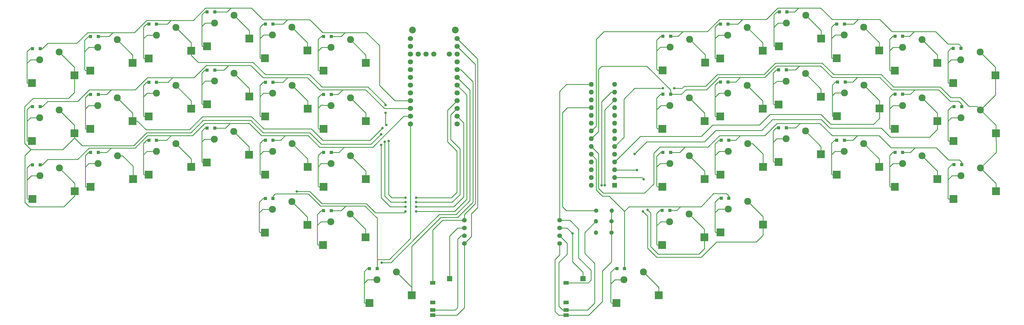
<source format=gbl>
G04 #@! TF.GenerationSoftware,KiCad,Pcbnew,5.1.5*
G04 #@! TF.CreationDate,2020-04-01T19:37:54+02:00*
G04 #@! TF.ProjectId,pcb,7063622e-6b69-4636-9164-5f7063625858,rev?*
G04 #@! TF.SameCoordinates,Original*
G04 #@! TF.FileFunction,Copper,L2,Bot*
G04 #@! TF.FilePolarity,Positive*
%FSLAX46Y46*%
G04 Gerber Fmt 4.6, Leading zero omitted, Abs format (unit mm)*
G04 Created by KiCad (PCBNEW 5.1.5) date 2020-04-01 19:37:54*
%MOMM*%
%LPD*%
G04 APERTURE LIST*
%ADD10R,1.700000X1.300000*%
%ADD11R,1.700000X1.700000*%
%ADD12R,2.550000X2.500000*%
%ADD13C,2.286000*%
%ADD14R,1.000000X1.000000*%
%ADD15O,1.400000X1.400000*%
%ADD16C,1.400000*%
%ADD17O,1.600000X1.600000*%
%ADD18R,1.600000X1.600000*%
%ADD19C,1.524000*%
%ADD20C,1.700000*%
%ADD21C,2.200000*%
%ADD22C,0.800000*%
%ADD23C,0.250000*%
G04 APERTURE END LIST*
D10*
X165150000Y-131250000D03*
X165150000Y-129550000D03*
X165150000Y-127050000D03*
X165150000Y-120650000D03*
D11*
X170650000Y-119250000D03*
D12*
X80710000Y-101690000D03*
D13*
X69340000Y-96610000D03*
X75690000Y-94070000D03*
D12*
X66860000Y-104230000D03*
X99810000Y-86690000D03*
D13*
X88440000Y-81610000D03*
X94790000Y-79070000D03*
D12*
X85960000Y-89230000D03*
D14*
X181750000Y-115950000D03*
X184250000Y-115950000D03*
D15*
X174920000Y-104250000D03*
D16*
X180000000Y-104250000D03*
D15*
X174920000Y-100500000D03*
D16*
X180000000Y-100500000D03*
D15*
X180080000Y-97000000D03*
D16*
X175000000Y-97000000D03*
D17*
X173380000Y-88750000D03*
X181000000Y-55730000D03*
X173380000Y-86210000D03*
X181000000Y-58270000D03*
X173380000Y-83670000D03*
X181000000Y-60810000D03*
X173380000Y-81130000D03*
X181000000Y-63350000D03*
X173380000Y-78590000D03*
X181000000Y-65890000D03*
X173380000Y-76050000D03*
X181000000Y-68430000D03*
X173380000Y-73510000D03*
X181000000Y-70970000D03*
X173380000Y-70970000D03*
X181000000Y-73510000D03*
X173380000Y-68430000D03*
X181000000Y-76050000D03*
X173380000Y-65890000D03*
X181000000Y-78590000D03*
X173380000Y-63350000D03*
X181000000Y-81130000D03*
X173380000Y-60810000D03*
X181000000Y-83670000D03*
X173380000Y-58270000D03*
X181000000Y-86210000D03*
X173380000Y-55730000D03*
D18*
X181000000Y-88750000D03*
D14*
X-9000000Y-44000000D03*
X-6500000Y-44000000D03*
X10000000Y-40000000D03*
X12500000Y-40000000D03*
X29000000Y-36000000D03*
X31500000Y-36000000D03*
X48000000Y-32000000D03*
X50500000Y-32000000D03*
X67000000Y-36000000D03*
X69500000Y-36000000D03*
X86000000Y-40000000D03*
X88500000Y-40000000D03*
X-9000000Y-63000000D03*
X-6500000Y-63000000D03*
X10000000Y-59000000D03*
X12500000Y-59000000D03*
X29000000Y-55000000D03*
X31500000Y-55000000D03*
X48000000Y-51000000D03*
X50500000Y-51000000D03*
X67000000Y-55000000D03*
X69500000Y-55000000D03*
X86000000Y-59000000D03*
X88500000Y-59000000D03*
X-9000000Y-82000000D03*
X-6500000Y-82000000D03*
X10000000Y-78000000D03*
X12500000Y-78000000D03*
X29000000Y-74000000D03*
X31500000Y-74000000D03*
X48000000Y-70000000D03*
X50500000Y-70000000D03*
X67000000Y-74000000D03*
X69500000Y-74000000D03*
X86000000Y-78000000D03*
X88500000Y-78000000D03*
X67000000Y-93000000D03*
X69500000Y-93000000D03*
X86000000Y-97000000D03*
X88500000Y-97000000D03*
X101000000Y-116000000D03*
X103500000Y-116000000D03*
X196750000Y-39950000D03*
X199250000Y-39950000D03*
X215500000Y-35950000D03*
X218000000Y-35950000D03*
X234750000Y-31950000D03*
X237250000Y-31950000D03*
X253500000Y-35950000D03*
X256000000Y-35950000D03*
X272500000Y-39950000D03*
X275000000Y-39950000D03*
X291500000Y-43950000D03*
X294000000Y-43950000D03*
X196750000Y-58950000D03*
X199250000Y-58950000D03*
X215500000Y-54950000D03*
X218000000Y-54950000D03*
X234500000Y-50950000D03*
X237000000Y-50950000D03*
X253750000Y-54950000D03*
X256250000Y-54950000D03*
X272500000Y-58950000D03*
X275000000Y-58950000D03*
X291750000Y-62950000D03*
X294250000Y-62950000D03*
X196750000Y-77950000D03*
X199250000Y-77950000D03*
X215750000Y-73950000D03*
X218250000Y-73950000D03*
X234500000Y-69950000D03*
X237000000Y-69950000D03*
X253500000Y-73950000D03*
X256000000Y-73950000D03*
X272500000Y-77950000D03*
X275000000Y-77950000D03*
X291750000Y-81950000D03*
X294250000Y-81950000D03*
X196500000Y-96950000D03*
X199000000Y-96950000D03*
X215750000Y-92950000D03*
X218250000Y-92950000D03*
D19*
X131950000Y-107770000D03*
X131950000Y-105230000D03*
X131950000Y-102690000D03*
X131950000Y-100150000D03*
X163050000Y-100130000D03*
X163050000Y-102670000D03*
X163050000Y-105210000D03*
X163050000Y-107750000D03*
D20*
X129615000Y-40750000D03*
X114400000Y-43290000D03*
D21*
X129005000Y-37925200D03*
X115009600Y-37925200D03*
D20*
X114400000Y-40750000D03*
X116940000Y-45830000D03*
X114400000Y-45830000D03*
X114400000Y-48370000D03*
X114400000Y-50910000D03*
X114400000Y-53450000D03*
X119480000Y-45830000D03*
X122020000Y-45830000D03*
X114400000Y-55990000D03*
X114400000Y-58530000D03*
X114400000Y-61070000D03*
X114400000Y-63610000D03*
X114400000Y-66150000D03*
X114400000Y-68690000D03*
X129615000Y-43290000D03*
X129615000Y-45830000D03*
X129615000Y-50910000D03*
X127075000Y-45830000D03*
X129615000Y-48370000D03*
X129615000Y-53450000D03*
X129615000Y-55990000D03*
X129615000Y-58530000D03*
X129615000Y-63610000D03*
X129615000Y-66150000D03*
X129615000Y-61070000D03*
X129615000Y-68690000D03*
D10*
X121650000Y-131250000D03*
X121650000Y-129550000D03*
X121650000Y-127050000D03*
X121650000Y-120650000D03*
D11*
X127150000Y-119250000D03*
D12*
X28960000Y-66230000D03*
D13*
X37790000Y-56070000D03*
X31440000Y-58610000D03*
D12*
X42810000Y-63690000D03*
X4710000Y-52690000D03*
D13*
X-6660000Y-47610000D03*
X-310000Y-45070000D03*
D12*
X-9140000Y-55230000D03*
X23710000Y-48690000D03*
D13*
X12340000Y-43610000D03*
X18690000Y-41070000D03*
D12*
X9860000Y-51230000D03*
X28960000Y-47230000D03*
D13*
X37790000Y-37070000D03*
X31440000Y-39610000D03*
D12*
X42810000Y-44690000D03*
X61810000Y-40690000D03*
D13*
X50440000Y-35610000D03*
X56790000Y-33070000D03*
D12*
X47960000Y-43230000D03*
X66870000Y-47170000D03*
D13*
X75700000Y-37010000D03*
X69350000Y-39550000D03*
D12*
X80720000Y-44630000D03*
X85960000Y-51230000D03*
D13*
X94790000Y-41070000D03*
X88440000Y-43610000D03*
D12*
X99810000Y-48690000D03*
X4710000Y-71690000D03*
D13*
X-6660000Y-66610000D03*
X-310000Y-64070000D03*
D12*
X-9140000Y-74230000D03*
X23710000Y-67690000D03*
D13*
X12340000Y-62610000D03*
X18690000Y-60070000D03*
D12*
X9860000Y-70230000D03*
X61810000Y-59690000D03*
D13*
X50440000Y-54610000D03*
X56790000Y-52070000D03*
D12*
X47960000Y-62230000D03*
X66960000Y-66230000D03*
D13*
X75790000Y-56070000D03*
X69440000Y-58610000D03*
D12*
X80810000Y-63690000D03*
X99810000Y-67690000D03*
D13*
X88440000Y-62610000D03*
X94790000Y-60070000D03*
D12*
X85960000Y-70230000D03*
X-9040000Y-93230000D03*
D13*
X-210000Y-83070000D03*
X-6560000Y-85610000D03*
D12*
X4810000Y-90690000D03*
X23810000Y-86690000D03*
D13*
X12440000Y-81610000D03*
X18790000Y-79070000D03*
D12*
X9960000Y-89230000D03*
X28960000Y-85230000D03*
D13*
X37790000Y-75070000D03*
X31440000Y-77610000D03*
D12*
X42810000Y-82690000D03*
X47860000Y-81230000D03*
D13*
X56690000Y-71070000D03*
X50340000Y-73610000D03*
D12*
X61710000Y-78690000D03*
X66960000Y-85230000D03*
D13*
X75790000Y-75070000D03*
X69440000Y-77610000D03*
D12*
X80810000Y-82690000D03*
X85860000Y-108230000D03*
D13*
X94690000Y-98070000D03*
X88340000Y-100610000D03*
D12*
X99710000Y-105690000D03*
X114810000Y-124690000D03*
D13*
X103440000Y-119610000D03*
X109790000Y-117070000D03*
D12*
X100960000Y-127230000D03*
X210500000Y-48550000D03*
D13*
X199130000Y-43470000D03*
X205480000Y-40930000D03*
D12*
X196650000Y-51090000D03*
X215460000Y-47230000D03*
D13*
X224290000Y-37070000D03*
X217940000Y-39610000D03*
D12*
X229310000Y-44690000D03*
X248410000Y-40690000D03*
D13*
X237040000Y-35610000D03*
X243390000Y-33070000D03*
D12*
X234560000Y-43230000D03*
X253460000Y-47130000D03*
D13*
X262290000Y-36970000D03*
X255940000Y-39510000D03*
D12*
X267310000Y-44590000D03*
X286300000Y-48650000D03*
D13*
X274930000Y-43570000D03*
X281280000Y-41030000D03*
D12*
X272450000Y-51190000D03*
X291460000Y-55230000D03*
D13*
X300290000Y-45070000D03*
X293940000Y-47610000D03*
D12*
X305310000Y-52690000D03*
X210410000Y-67690000D03*
D13*
X199040000Y-62610000D03*
X205390000Y-60070000D03*
D12*
X196560000Y-70230000D03*
X215460000Y-66230000D03*
D13*
X224290000Y-56070000D03*
X217940000Y-58610000D03*
D12*
X229310000Y-63690000D03*
X248310000Y-59790000D03*
D13*
X236940000Y-54710000D03*
X243290000Y-52170000D03*
D12*
X234460000Y-62330000D03*
X253560000Y-66130000D03*
D13*
X262390000Y-55970000D03*
X256040000Y-58510000D03*
D12*
X267410000Y-63590000D03*
X286310000Y-67690000D03*
D13*
X274940000Y-62610000D03*
X281290000Y-60070000D03*
D12*
X272460000Y-70230000D03*
X291560000Y-74230000D03*
D13*
X300390000Y-64070000D03*
X294040000Y-66610000D03*
D12*
X305410000Y-71690000D03*
X210410000Y-86690000D03*
D13*
X199040000Y-81610000D03*
X205390000Y-79070000D03*
D12*
X196560000Y-89230000D03*
X215560000Y-85230000D03*
D13*
X224390000Y-75070000D03*
X218040000Y-77610000D03*
D12*
X229410000Y-82690000D03*
X248310000Y-78590000D03*
D13*
X236940000Y-73510000D03*
X243290000Y-70970000D03*
D12*
X234460000Y-81130000D03*
X253460000Y-85230000D03*
D13*
X262290000Y-75070000D03*
X255940000Y-77610000D03*
D12*
X267310000Y-82690000D03*
X286310000Y-86690000D03*
D13*
X274940000Y-81610000D03*
X281290000Y-79070000D03*
D12*
X272460000Y-89230000D03*
X291560000Y-93230000D03*
D13*
X300390000Y-83070000D03*
X294040000Y-85610000D03*
D12*
X305410000Y-90690000D03*
X181560000Y-127230000D03*
D13*
X190390000Y-117070000D03*
X184040000Y-119610000D03*
D12*
X195410000Y-124690000D03*
X210310000Y-105690000D03*
D13*
X198940000Y-100610000D03*
X205290000Y-98070000D03*
D12*
X196460000Y-108230000D03*
X215560000Y-104130000D03*
D13*
X224390000Y-93970000D03*
X218040000Y-96510000D03*
D12*
X229410000Y-101590000D03*
D22*
X167250000Y-104500000D03*
X177750000Y-88750000D03*
X176750000Y-88750000D03*
X104750000Y-72000000D03*
X116250000Y-95750000D03*
X104750000Y-75500000D03*
X112750000Y-95750000D03*
X105250000Y-70000000D03*
X106000000Y-74500000D03*
X116250000Y-94250000D03*
X112750000Y-94250000D03*
X106250000Y-62500000D03*
X106250000Y-65000000D03*
X106500000Y-69000000D03*
X107250000Y-74250000D03*
X112750000Y-92750000D03*
X116250000Y-92750000D03*
X112750000Y-97250000D03*
X116250000Y-97250000D03*
X77250000Y-90775000D03*
X105000000Y-114000000D03*
X191750000Y-96750000D03*
X190500000Y-86750000D03*
X190250000Y-97250000D03*
X188250000Y-83750000D03*
X187500000Y-78500000D03*
X200500000Y-57000000D03*
X196750000Y-57000000D03*
D23*
X-10665000Y-55230000D02*
X-9140000Y-55230000D01*
X-10750000Y-55145000D02*
X-10665000Y-55230000D01*
X-10750000Y-48750000D02*
X-10750000Y-55145000D01*
X-9610000Y-47610000D02*
X-10750000Y-48750000D01*
X-6660000Y-47610000D02*
X-9610000Y-47610000D01*
X-10750000Y-45000000D02*
X-10750000Y-48750000D01*
X-9750000Y-44000000D02*
X-10750000Y-45000000D01*
X-9000000Y-44000000D02*
X-9750000Y-44000000D01*
X-5750000Y-44000000D02*
X-4000000Y-42250000D01*
X-6500000Y-44000000D02*
X-5750000Y-44000000D01*
X-4000000Y-42250000D02*
X5500000Y-42250000D01*
X5500000Y-42250000D02*
X9000000Y-38750000D01*
X24250000Y-38750000D02*
X28250000Y-34750000D01*
X43500000Y-34750000D02*
X47500000Y-30750000D01*
X62500000Y-30750000D02*
X66250000Y-34500000D01*
X81500000Y-34500000D02*
X85750000Y-38750000D01*
X12500000Y-40000000D02*
X16000000Y-40000000D01*
X16000000Y-40000000D02*
X17250000Y-38750000D01*
X9000000Y-38750000D02*
X17250000Y-38750000D01*
X17250000Y-38750000D02*
X24250000Y-38750000D01*
X31500000Y-36000000D02*
X35000000Y-36000000D01*
X28250000Y-34750000D02*
X36250000Y-34750000D01*
X35000000Y-36000000D02*
X36250000Y-34750000D01*
X36250000Y-34750000D02*
X43500000Y-34750000D01*
X54500000Y-32000000D02*
X55750000Y-30750000D01*
X50500000Y-32000000D02*
X54500000Y-32000000D01*
X47500000Y-30750000D02*
X55750000Y-30750000D01*
X55750000Y-30750000D02*
X62500000Y-30750000D01*
X69500000Y-36000000D02*
X72750000Y-36000000D01*
X66250000Y-34500000D02*
X74250000Y-34500000D01*
X72750000Y-36000000D02*
X74250000Y-34500000D01*
X74250000Y-34500000D02*
X81500000Y-34500000D01*
X88500000Y-40000000D02*
X91750000Y-40000000D01*
X91750000Y-40000000D02*
X93000000Y-38750000D01*
X85750000Y-38750000D02*
X93000000Y-38750000D01*
X93000000Y-38750000D02*
X100000000Y-38750000D01*
X100000000Y-38750000D02*
X104250000Y-43000000D01*
X104250000Y-43000000D02*
X104250000Y-56000000D01*
X109320000Y-61070000D02*
X114400000Y-61070000D01*
X104250000Y-56000000D02*
X109320000Y-61070000D01*
X8335000Y-51230000D02*
X9860000Y-51230000D01*
X8000000Y-45000000D02*
X8000000Y-50895000D01*
X9390000Y-43610000D02*
X8000000Y-45000000D01*
X8000000Y-50895000D02*
X8335000Y-51230000D01*
X12340000Y-43610000D02*
X9390000Y-43610000D01*
X8000000Y-41250000D02*
X8000000Y-45000000D01*
X9250000Y-40000000D02*
X8000000Y-41250000D01*
X10000000Y-40000000D02*
X9250000Y-40000000D01*
X27250000Y-47045000D02*
X27435000Y-47230000D01*
X27435000Y-47230000D02*
X28960000Y-47230000D01*
X27250000Y-40750000D02*
X27250000Y-47045000D01*
X28390000Y-39610000D02*
X27250000Y-40750000D01*
X31440000Y-39610000D02*
X28390000Y-39610000D01*
X27250000Y-37000000D02*
X27250000Y-40750000D01*
X28250000Y-36000000D02*
X27250000Y-37000000D01*
X29000000Y-36000000D02*
X28250000Y-36000000D01*
X46435000Y-43230000D02*
X47960000Y-43230000D01*
X46250000Y-36750000D02*
X46250000Y-43045000D01*
X47390000Y-35610000D02*
X46250000Y-36750000D01*
X46250000Y-43045000D02*
X46435000Y-43230000D01*
X50440000Y-35610000D02*
X47390000Y-35610000D01*
X47250000Y-32000000D02*
X46250000Y-33000000D01*
X46250000Y-33000000D02*
X46250000Y-36750000D01*
X48000000Y-32000000D02*
X47250000Y-32000000D01*
X65345000Y-47170000D02*
X66870000Y-47170000D01*
X65250000Y-47075000D02*
X65345000Y-47170000D01*
X66450000Y-39550000D02*
X65250000Y-40750000D01*
X69350000Y-39550000D02*
X66450000Y-39550000D01*
X65250000Y-37000000D02*
X65250000Y-41000000D01*
X66250000Y-36000000D02*
X65250000Y-37000000D01*
X67000000Y-36000000D02*
X66250000Y-36000000D01*
X65250000Y-40750000D02*
X65250000Y-41000000D01*
X65250000Y-41000000D02*
X65250000Y-47075000D01*
X84250000Y-51045000D02*
X84435000Y-51230000D01*
X84250000Y-44750000D02*
X84250000Y-51045000D01*
X85390000Y-43610000D02*
X84250000Y-44750000D01*
X84435000Y-51230000D02*
X85960000Y-51230000D01*
X88440000Y-43610000D02*
X85390000Y-43610000D01*
X84250000Y-41000000D02*
X84250000Y-44750000D01*
X85250000Y-40000000D02*
X84250000Y-41000000D01*
X86000000Y-40000000D02*
X85250000Y-40000000D01*
X-10665000Y-74230000D02*
X-9140000Y-74230000D01*
X-10750000Y-74145000D02*
X-10665000Y-74230000D01*
X-10750000Y-67750000D02*
X-10750000Y-74145000D01*
X-9610000Y-66610000D02*
X-10750000Y-67750000D01*
X-6660000Y-66610000D02*
X-9610000Y-66610000D01*
X-10750000Y-64000000D02*
X-10750000Y-67750000D01*
X-9750000Y-63000000D02*
X-10750000Y-64000000D01*
X-9000000Y-63000000D02*
X-9750000Y-63000000D01*
X-5750000Y-63000000D02*
X-4000000Y-61250000D01*
X-6500000Y-63000000D02*
X-5750000Y-63000000D01*
X-4000000Y-61250000D02*
X5750000Y-61250000D01*
X5750000Y-61250000D02*
X9500000Y-57500000D01*
X24500000Y-57500000D02*
X28500000Y-53500000D01*
X43750000Y-53500000D02*
X47750000Y-49500000D01*
X62250000Y-49500000D02*
X66250000Y-53500000D01*
X80750000Y-53500000D02*
X84750000Y-57500000D01*
X12500000Y-59000000D02*
X15250000Y-59000000D01*
X15250000Y-59000000D02*
X16750000Y-57500000D01*
X9500000Y-57500000D02*
X16750000Y-57500000D01*
X16750000Y-57500000D02*
X24500000Y-57500000D01*
X31500000Y-55000000D02*
X35250000Y-55000000D01*
X28500000Y-53500000D02*
X36750000Y-53500000D01*
X35250000Y-55000000D02*
X36750000Y-53500000D01*
X36750000Y-53500000D02*
X43750000Y-53500000D01*
X53500000Y-51000000D02*
X55000000Y-49500000D01*
X50500000Y-51000000D02*
X53500000Y-51000000D01*
X47750000Y-49500000D02*
X55000000Y-49500000D01*
X55000000Y-49500000D02*
X62250000Y-49500000D01*
X72750000Y-55000000D02*
X74250000Y-53500000D01*
X69500000Y-55000000D02*
X72750000Y-55000000D01*
X66250000Y-53500000D02*
X74250000Y-53500000D01*
X74250000Y-53500000D02*
X80750000Y-53500000D01*
X88500000Y-59000000D02*
X90750000Y-59000000D01*
X90750000Y-59000000D02*
X92250000Y-57500000D01*
X84750000Y-57500000D02*
X92250000Y-57500000D01*
X105860000Y-63610000D02*
X99750000Y-57500000D01*
X114400000Y-63610000D02*
X105860000Y-63610000D01*
X92250000Y-57500000D02*
X99750000Y-57500000D01*
X8250000Y-70145000D02*
X8335000Y-70230000D01*
X8335000Y-70230000D02*
X9860000Y-70230000D01*
X8250000Y-63750000D02*
X8250000Y-70145000D01*
X9390000Y-62610000D02*
X8250000Y-63750000D01*
X12340000Y-62610000D02*
X9390000Y-62610000D01*
X8250000Y-60000000D02*
X8250000Y-63750000D01*
X9250000Y-59000000D02*
X8250000Y-60000000D01*
X10000000Y-59000000D02*
X9250000Y-59000000D01*
X27435000Y-66230000D02*
X28960000Y-66230000D01*
X27250000Y-66045000D02*
X27435000Y-66230000D01*
X27250000Y-59750000D02*
X27250000Y-66045000D01*
X28390000Y-58610000D02*
X27250000Y-59750000D01*
X31440000Y-58610000D02*
X28390000Y-58610000D01*
X27250000Y-56000000D02*
X27250000Y-59750000D01*
X28250000Y-55000000D02*
X27250000Y-56000000D01*
X29000000Y-55000000D02*
X28250000Y-55000000D01*
X46250000Y-55750000D02*
X46250000Y-62045000D01*
X46435000Y-62230000D02*
X47960000Y-62230000D01*
X46250000Y-62045000D02*
X46435000Y-62230000D01*
X50440000Y-54610000D02*
X47390000Y-54610000D01*
X47390000Y-54610000D02*
X46250000Y-55750000D01*
X46250000Y-52000000D02*
X46250000Y-55750000D01*
X47250000Y-51000000D02*
X46250000Y-52000000D01*
X48000000Y-51000000D02*
X47250000Y-51000000D01*
X65250000Y-66045000D02*
X65435000Y-66230000D01*
X65250000Y-59750000D02*
X65250000Y-66045000D01*
X66390000Y-58610000D02*
X65250000Y-59750000D01*
X65435000Y-66230000D02*
X66960000Y-66230000D01*
X69440000Y-58610000D02*
X66390000Y-58610000D01*
X65250000Y-56000000D02*
X65250000Y-59750000D01*
X66250000Y-55000000D02*
X65250000Y-56000000D01*
X67000000Y-55000000D02*
X66250000Y-55000000D01*
X84435000Y-70230000D02*
X85960000Y-70230000D01*
X84250000Y-70045000D02*
X84435000Y-70230000D01*
X84250000Y-63500000D02*
X84250000Y-70045000D01*
X85250000Y-62500000D02*
X84250000Y-63500000D01*
X88440000Y-62610000D02*
X85250000Y-62500000D01*
X84250000Y-60000000D02*
X84250000Y-63500000D01*
X85250000Y-59000000D02*
X84250000Y-60000000D01*
X86000000Y-59000000D02*
X85250000Y-59000000D01*
X-9360000Y-85610000D02*
X-6560000Y-85610000D01*
X-10750000Y-87000000D02*
X-9360000Y-85610000D01*
X-9040000Y-93230000D02*
X-10565000Y-93230000D01*
X-10565000Y-93230000D02*
X-10750000Y-93045000D01*
X-9750000Y-82000000D02*
X-10750000Y-83000000D01*
X-9000000Y-82000000D02*
X-9750000Y-82000000D01*
X-10750000Y-83000000D02*
X-10750000Y-86000000D01*
X-10750000Y-86000000D02*
X-10750000Y-87250000D01*
X-10750000Y-93045000D02*
X-10750000Y-87250000D01*
X-10750000Y-87250000D02*
X-10750000Y-87000000D01*
X-5750000Y-82000000D02*
X-4000000Y-80250000D01*
X-6500000Y-82000000D02*
X-5750000Y-82000000D01*
X-4000000Y-80250000D02*
X5750000Y-80250000D01*
X5750000Y-80250000D02*
X9500000Y-76500000D01*
X24500000Y-76500000D02*
X28500000Y-72500000D01*
X43250000Y-72500000D02*
X47250000Y-68500000D01*
X61750000Y-68500000D02*
X65750000Y-72500000D01*
X81000000Y-72500000D02*
X84750000Y-76250000D01*
X15250000Y-78000000D02*
X16750000Y-76500000D01*
X12500000Y-78000000D02*
X15250000Y-78000000D01*
X9500000Y-76500000D02*
X16750000Y-76500000D01*
X16750000Y-76500000D02*
X24500000Y-76500000D01*
X34750000Y-74000000D02*
X36250000Y-72500000D01*
X31500000Y-74000000D02*
X34750000Y-74000000D01*
X28500000Y-72500000D02*
X36250000Y-72500000D01*
X36250000Y-72500000D02*
X43250000Y-72500000D01*
X54000000Y-70000000D02*
X55500000Y-68500000D01*
X50500000Y-70000000D02*
X54000000Y-70000000D01*
X47250000Y-68500000D02*
X55500000Y-68500000D01*
X55500000Y-68500000D02*
X61750000Y-68500000D01*
X72000000Y-74000000D02*
X73500000Y-72500000D01*
X69500000Y-74000000D02*
X72000000Y-74000000D01*
X65750000Y-72500000D02*
X73500000Y-72500000D01*
X73500000Y-72500000D02*
X81000000Y-72500000D01*
X84750000Y-76250000D02*
X92750000Y-76250000D01*
X91000000Y-78000000D02*
X92750000Y-76250000D01*
X88500000Y-78000000D02*
X91000000Y-78000000D01*
X114400000Y-66150000D02*
X112150000Y-66150000D01*
X112150000Y-66150000D02*
X102050000Y-76250000D01*
X92750000Y-76250000D02*
X101250000Y-76250000D01*
X102050000Y-76250000D02*
X101250000Y-76250000D01*
X9390000Y-81610000D02*
X12440000Y-81610000D01*
X8435000Y-89230000D02*
X8500000Y-89250000D01*
X9960000Y-89230000D02*
X8435000Y-89230000D01*
X8500000Y-89250000D02*
X8250000Y-89250000D01*
X8250000Y-89250000D02*
X8250000Y-82750000D01*
X8250000Y-82750000D02*
X9390000Y-81610000D01*
X8250000Y-79000000D02*
X8250000Y-82750000D01*
X9250000Y-78000000D02*
X8250000Y-79000000D01*
X10000000Y-78000000D02*
X9250000Y-78000000D01*
X27250000Y-85045000D02*
X27435000Y-85230000D01*
X28390000Y-77610000D02*
X27250000Y-78750000D01*
X27435000Y-85230000D02*
X28960000Y-85230000D01*
X27250000Y-78750000D02*
X27250000Y-85045000D01*
X31440000Y-77610000D02*
X28390000Y-77610000D01*
X27250000Y-75000000D02*
X27250000Y-78750000D01*
X28250000Y-74000000D02*
X27250000Y-75000000D01*
X29000000Y-74000000D02*
X28250000Y-74000000D01*
X50340000Y-73610000D02*
X47140000Y-73610000D01*
X46250000Y-81000000D02*
X46500000Y-81250000D01*
X46250000Y-74500000D02*
X46250000Y-81000000D01*
X47140000Y-73610000D02*
X46250000Y-74500000D01*
X46500000Y-81250000D02*
X47860000Y-81230000D01*
X46250000Y-71000000D02*
X46250000Y-74500000D01*
X47250000Y-70000000D02*
X46250000Y-71000000D01*
X48000000Y-70000000D02*
X47250000Y-70000000D01*
X65435000Y-85230000D02*
X66960000Y-85230000D01*
X65250000Y-85045000D02*
X65435000Y-85230000D01*
X66390000Y-77610000D02*
X65250000Y-78750000D01*
X69440000Y-77610000D02*
X66390000Y-77610000D01*
X65250000Y-75000000D02*
X65250000Y-79000000D01*
X67000000Y-74000000D02*
X66250000Y-74000000D01*
X66250000Y-74000000D02*
X65250000Y-75000000D01*
X65250000Y-78750000D02*
X65250000Y-79000000D01*
X65250000Y-79000000D02*
X65250000Y-85045000D01*
X84435000Y-89230000D02*
X85960000Y-89230000D01*
X88440000Y-81610000D02*
X85140000Y-81610000D01*
X85140000Y-81610000D02*
X85000000Y-81750000D01*
X85000000Y-81750000D02*
X84250000Y-82750000D01*
X84250000Y-89045000D02*
X84435000Y-89230000D01*
X84250000Y-79000000D02*
X84250000Y-83000000D01*
X84250000Y-82750000D02*
X84250000Y-83000000D01*
X85250000Y-78000000D02*
X84250000Y-79000000D01*
X86000000Y-78000000D02*
X85250000Y-78000000D01*
X84250000Y-83000000D02*
X84250000Y-89045000D01*
X65335000Y-104230000D02*
X66860000Y-104230000D01*
X65000000Y-103895000D02*
X65335000Y-104230000D01*
X69340000Y-96610000D02*
X66140000Y-96610000D01*
X66140000Y-96610000D02*
X65000000Y-97750000D01*
X65000000Y-94250000D02*
X65000000Y-98000000D01*
X66250000Y-93000000D02*
X65000000Y-94250000D01*
X67000000Y-93000000D02*
X66250000Y-93000000D01*
X65000000Y-97750000D02*
X65000000Y-98000000D01*
X65000000Y-98000000D02*
X65000000Y-103895000D01*
X69500000Y-92250000D02*
X70250000Y-91500000D01*
X69500000Y-93000000D02*
X69500000Y-92250000D01*
X70250000Y-91500000D02*
X81000000Y-91500000D01*
X81000000Y-91500000D02*
X85000000Y-95500000D01*
X88500000Y-97000000D02*
X91750000Y-97000000D01*
X91750000Y-97000000D02*
X93250000Y-95500000D01*
X85000000Y-95500000D02*
X93250000Y-95500000D01*
X103500000Y-99500000D02*
X103500000Y-99750000D01*
X99500000Y-95500000D02*
X103500000Y-99500000D01*
X93250000Y-95500000D02*
X99500000Y-95500000D01*
X114400000Y-68690000D02*
X114400000Y-106100000D01*
X107500000Y-113000000D02*
X103500000Y-113000000D01*
X103500000Y-99750000D02*
X103500000Y-113000000D01*
X114400000Y-106100000D02*
X107500000Y-113000000D01*
X103500000Y-113000000D02*
X103500000Y-116000000D01*
X84335000Y-108230000D02*
X85860000Y-108230000D01*
X84000000Y-107895000D02*
X84335000Y-108230000D01*
X85140000Y-100610000D02*
X84000000Y-101750000D01*
X84000000Y-101750000D02*
X84000000Y-107895000D01*
X88340000Y-100610000D02*
X85140000Y-100610000D01*
X84000000Y-98250000D02*
X84000000Y-101750000D01*
X85250000Y-97000000D02*
X84000000Y-98250000D01*
X86000000Y-97000000D02*
X85250000Y-97000000D01*
X99435000Y-127230000D02*
X100960000Y-127230000D01*
X99250000Y-127045000D02*
X99435000Y-127230000D01*
X100390000Y-119610000D02*
X99250000Y-120750000D01*
X99250000Y-120750000D02*
X99250000Y-127045000D01*
X103440000Y-119610000D02*
X100390000Y-119610000D01*
X99250000Y-117000000D02*
X99250000Y-120750000D01*
X100250000Y-116000000D02*
X99250000Y-117000000D01*
X101000000Y-116000000D02*
X100250000Y-116000000D01*
X195125000Y-51090000D02*
X196650000Y-51090000D01*
X195980000Y-43470000D02*
X194750000Y-44700000D01*
X194750000Y-50715000D02*
X195125000Y-51090000D01*
X199130000Y-43470000D02*
X195980000Y-43470000D01*
X196000000Y-39950000D02*
X194750000Y-41200000D01*
X196750000Y-39950000D02*
X196000000Y-39950000D01*
X194750000Y-41200000D02*
X194750000Y-45200000D01*
X194750000Y-44700000D02*
X194750000Y-45200000D01*
X194750000Y-45200000D02*
X194750000Y-50715000D01*
X211250000Y-38450000D02*
X215250000Y-34450000D01*
X230500000Y-34450000D02*
X234250000Y-30700000D01*
X248250000Y-30700000D02*
X252000000Y-34450000D01*
X267500000Y-34450000D02*
X271500000Y-38450000D01*
X221250000Y-35950000D02*
X222750000Y-34450000D01*
X215250000Y-34450000D02*
X222750000Y-34450000D01*
X218000000Y-35950000D02*
X221250000Y-35950000D01*
X222750000Y-34450000D02*
X230500000Y-34450000D01*
X239750000Y-31950000D02*
X241000000Y-30700000D01*
X237250000Y-31950000D02*
X239750000Y-31950000D01*
X234250000Y-30700000D02*
X241000000Y-30700000D01*
X241000000Y-30700000D02*
X248250000Y-30700000D01*
X259000000Y-35950000D02*
X260500000Y-34450000D01*
X256000000Y-35950000D02*
X259000000Y-35950000D01*
X252000000Y-34450000D02*
X260500000Y-34450000D01*
X260500000Y-34450000D02*
X267500000Y-34450000D01*
X277250000Y-39950000D02*
X278750000Y-38450000D01*
X275000000Y-39950000D02*
X277250000Y-39950000D01*
X271500000Y-38450000D02*
X278750000Y-38450000D01*
X294000000Y-43200000D02*
X293250000Y-42450000D01*
X294000000Y-43950000D02*
X294000000Y-43200000D01*
X289750000Y-42450000D02*
X285750000Y-38450000D01*
X293250000Y-42450000D02*
X289750000Y-42450000D01*
X285750000Y-38450000D02*
X278750000Y-38450000D01*
X201750000Y-39950000D02*
X203250000Y-38450000D01*
X199250000Y-39950000D02*
X201750000Y-39950000D01*
X203250000Y-38450000D02*
X211250000Y-38450000D01*
X177550000Y-38450000D02*
X201500000Y-38450000D01*
X175000000Y-41000000D02*
X177550000Y-38450000D01*
X201500000Y-38450000D02*
X203250000Y-38450000D01*
X175000000Y-69350000D02*
X175000000Y-41000000D01*
X173380000Y-70970000D02*
X175000000Y-69350000D01*
X213935000Y-47230000D02*
X215460000Y-47230000D01*
X214840000Y-39610000D02*
X213750000Y-40700000D01*
X213750000Y-47045000D02*
X213935000Y-47230000D01*
X217940000Y-39610000D02*
X214840000Y-39610000D01*
X213750000Y-36950000D02*
X213750000Y-40950000D01*
X215500000Y-35950000D02*
X214750000Y-35950000D01*
X213750000Y-40700000D02*
X213750000Y-40950000D01*
X214750000Y-35950000D02*
X213750000Y-36950000D01*
X213750000Y-40950000D02*
X213750000Y-47045000D01*
X233000000Y-43195000D02*
X233035000Y-43230000D01*
X233035000Y-43230000D02*
X234560000Y-43230000D01*
X234340000Y-35610000D02*
X233000000Y-36950000D01*
X237040000Y-35610000D02*
X234340000Y-35610000D01*
X234750000Y-31950000D02*
X234000000Y-31950000D01*
X233000000Y-32950000D02*
X233000000Y-37200000D01*
X233000000Y-36950000D02*
X233000000Y-37200000D01*
X234000000Y-31950000D02*
X233000000Y-32950000D01*
X233000000Y-37200000D02*
X233000000Y-43195000D01*
X251935000Y-47130000D02*
X253460000Y-47130000D01*
X251750000Y-46945000D02*
X251935000Y-47130000D01*
X252940000Y-39510000D02*
X251750000Y-40700000D01*
X255940000Y-39510000D02*
X252940000Y-39510000D01*
X251750000Y-36950000D02*
X251750000Y-40950000D01*
X252750000Y-35950000D02*
X251750000Y-36950000D01*
X253500000Y-35950000D02*
X252750000Y-35950000D01*
X251750000Y-40700000D02*
X251750000Y-40950000D01*
X251750000Y-40950000D02*
X251750000Y-46945000D01*
X270925000Y-51190000D02*
X272450000Y-51190000D01*
X270750000Y-51015000D02*
X270925000Y-51190000D01*
X274930000Y-43570000D02*
X271880000Y-43570000D01*
X270750000Y-44700000D02*
X270750000Y-51015000D01*
X271880000Y-43570000D02*
X270750000Y-44700000D01*
X270750000Y-40950000D02*
X270750000Y-44700000D01*
X271750000Y-39950000D02*
X270750000Y-40950000D01*
X272500000Y-39950000D02*
X271750000Y-39950000D01*
X289935000Y-55230000D02*
X291460000Y-55230000D01*
X289750000Y-55045000D02*
X289935000Y-55230000D01*
X290840000Y-47610000D02*
X289750000Y-48700000D01*
X293940000Y-47610000D02*
X290840000Y-47610000D01*
X290750000Y-43950000D02*
X289750000Y-44950000D01*
X291500000Y-43950000D02*
X290750000Y-43950000D01*
X289750000Y-48700000D02*
X289750000Y-48950000D01*
X289750000Y-44950000D02*
X289750000Y-48950000D01*
X289750000Y-48950000D02*
X289750000Y-55045000D01*
X195035000Y-70230000D02*
X196560000Y-70230000D01*
X194750000Y-69945000D02*
X195035000Y-70230000D01*
X196090000Y-62610000D02*
X194750000Y-63950000D01*
X199040000Y-62610000D02*
X196090000Y-62610000D01*
X194750000Y-60200000D02*
X194750000Y-64200000D01*
X196000000Y-58950000D02*
X194750000Y-60200000D01*
X194750000Y-63950000D02*
X194750000Y-64200000D01*
X196750000Y-58950000D02*
X196000000Y-58950000D01*
X194750000Y-64200000D02*
X194750000Y-69945000D01*
X211000000Y-57450000D02*
X215000000Y-53450000D01*
X230000000Y-53450000D02*
X233750000Y-49700000D01*
X248250000Y-49700000D02*
X252000000Y-53450000D01*
X267500000Y-53450000D02*
X271500000Y-57450000D01*
X286750000Y-57450000D02*
X290500000Y-61200000D01*
X294250000Y-62200000D02*
X294250000Y-62950000D01*
X293250000Y-61200000D02*
X294250000Y-62200000D01*
X290500000Y-61200000D02*
X293250000Y-61200000D01*
X277500000Y-58950000D02*
X279000000Y-57450000D01*
X275000000Y-58950000D02*
X277500000Y-58950000D01*
X271500000Y-57450000D02*
X279000000Y-57450000D01*
X279000000Y-57450000D02*
X286750000Y-57450000D01*
X256250000Y-54950000D02*
X258750000Y-54950000D01*
X258750000Y-54950000D02*
X260250000Y-53450000D01*
X252000000Y-53450000D02*
X260250000Y-53450000D01*
X260250000Y-53450000D02*
X267500000Y-53450000D01*
X233750000Y-49700000D02*
X241250000Y-49700000D01*
X240000000Y-50950000D02*
X241250000Y-49700000D01*
X237000000Y-50950000D02*
X240000000Y-50950000D01*
X241250000Y-49700000D02*
X248250000Y-49700000D01*
X220500000Y-54950000D02*
X222000000Y-53450000D01*
X218000000Y-54950000D02*
X220500000Y-54950000D01*
X215000000Y-53450000D02*
X222000000Y-53450000D01*
X222000000Y-53450000D02*
X230000000Y-53450000D01*
X202750000Y-58950000D02*
X204250000Y-57450000D01*
X199250000Y-58950000D02*
X202750000Y-58950000D01*
X204250000Y-57450000D02*
X211000000Y-57450000D01*
X199250000Y-57500000D02*
X199250000Y-58950000D01*
X175750000Y-50750000D02*
X176750000Y-49750000D01*
X173380000Y-73510000D02*
X175750000Y-71140000D01*
X176750000Y-49750000D02*
X191500000Y-49750000D01*
X191500000Y-49750000D02*
X199250000Y-57500000D01*
X175750000Y-71140000D02*
X175750000Y-50750000D01*
X213935000Y-66230000D02*
X215460000Y-66230000D01*
X213750000Y-66045000D02*
X213935000Y-66230000D01*
X213750000Y-59950000D02*
X213750000Y-66045000D01*
X215090000Y-58610000D02*
X213750000Y-59950000D01*
X217940000Y-58610000D02*
X215090000Y-58610000D01*
X213750000Y-55950000D02*
X213750000Y-59950000D01*
X214750000Y-54950000D02*
X213750000Y-55950000D01*
X215500000Y-54950000D02*
X214750000Y-54950000D01*
X232935000Y-62330000D02*
X234460000Y-62330000D01*
X232750000Y-55950000D02*
X232750000Y-62145000D01*
X232750000Y-62145000D02*
X232935000Y-62330000D01*
X236940000Y-54710000D02*
X233990000Y-54710000D01*
X233750000Y-50950000D02*
X232750000Y-51950000D01*
X232750000Y-51950000D02*
X232750000Y-55700000D01*
X233990000Y-54710000D02*
X232750000Y-55700000D01*
X234500000Y-50950000D02*
X233750000Y-50950000D01*
X232750000Y-55700000D02*
X232750000Y-55950000D01*
X252000000Y-66095000D02*
X252035000Y-66130000D01*
X252000000Y-59450000D02*
X252000000Y-66095000D01*
X252035000Y-66130000D02*
X253560000Y-66130000D01*
X252940000Y-58510000D02*
X252000000Y-59450000D01*
X256040000Y-58510000D02*
X252940000Y-58510000D01*
X252000000Y-55950000D02*
X252000000Y-59450000D01*
X253000000Y-54950000D02*
X252000000Y-55950000D01*
X253750000Y-54950000D02*
X253000000Y-54950000D01*
X270935000Y-70230000D02*
X272460000Y-70230000D01*
X270750000Y-70045000D02*
X270935000Y-70230000D01*
X271840000Y-62610000D02*
X270750000Y-63700000D01*
X270750000Y-63700000D02*
X270750000Y-70045000D01*
X274940000Y-62610000D02*
X271840000Y-62610000D01*
X270750000Y-59950000D02*
X270750000Y-63700000D01*
X271750000Y-58950000D02*
X270750000Y-59950000D01*
X272500000Y-58950000D02*
X271750000Y-58950000D01*
X289750000Y-73945000D02*
X290035000Y-74230000D01*
X290035000Y-74230000D02*
X291560000Y-74230000D01*
X290840000Y-66610000D02*
X289750000Y-67700000D01*
X294040000Y-66610000D02*
X290840000Y-66610000D01*
X289750000Y-64200000D02*
X289750000Y-68200000D01*
X291000000Y-62950000D02*
X289750000Y-64200000D01*
X289750000Y-67700000D02*
X289750000Y-68200000D01*
X291750000Y-62950000D02*
X291000000Y-62950000D01*
X289750000Y-68200000D02*
X289750000Y-73945000D01*
X195035000Y-89230000D02*
X196560000Y-89230000D01*
X194750000Y-88945000D02*
X195035000Y-89230000D01*
X195840000Y-81610000D02*
X194750000Y-82700000D01*
X199040000Y-81610000D02*
X195840000Y-81610000D01*
X194750000Y-79200000D02*
X194750000Y-82950000D01*
X196750000Y-77950000D02*
X196000000Y-77950000D01*
X196000000Y-77950000D02*
X194750000Y-79200000D01*
X194750000Y-82700000D02*
X194750000Y-82950000D01*
X194750000Y-82950000D02*
X194750000Y-88945000D01*
X199250000Y-77950000D02*
X202250000Y-77950000D01*
X202250000Y-77950000D02*
X204000000Y-76200000D01*
X204000000Y-76200000D02*
X211500000Y-76200000D01*
X211500000Y-76200000D02*
X215250000Y-72450000D01*
X230000000Y-72450000D02*
X234000000Y-68450000D01*
X248000000Y-68450000D02*
X252000000Y-72450000D01*
X267250000Y-72450000D02*
X271250000Y-76450000D01*
X286000000Y-76450000D02*
X290000000Y-80450000D01*
X294250000Y-81200000D02*
X294250000Y-81950000D01*
X293500000Y-80450000D02*
X294250000Y-81200000D01*
X290000000Y-80450000D02*
X293500000Y-80450000D01*
X277500000Y-77950000D02*
X279000000Y-76450000D01*
X275000000Y-77950000D02*
X277500000Y-77950000D01*
X271250000Y-76450000D02*
X279000000Y-76450000D01*
X279000000Y-76450000D02*
X286000000Y-76450000D01*
X256000000Y-73950000D02*
X258750000Y-73950000D01*
X258750000Y-73950000D02*
X260250000Y-72450000D01*
X252000000Y-72450000D02*
X260250000Y-72450000D01*
X260250000Y-72450000D02*
X267250000Y-72450000D01*
X240000000Y-69950000D02*
X241500000Y-68450000D01*
X237000000Y-69950000D02*
X240000000Y-69950000D01*
X234000000Y-68450000D02*
X241500000Y-68450000D01*
X241500000Y-68450000D02*
X248000000Y-68450000D01*
X220500000Y-73950000D02*
X222000000Y-72450000D01*
X215250000Y-72450000D02*
X222000000Y-72450000D01*
X218250000Y-73950000D02*
X220500000Y-73950000D01*
X222000000Y-72450000D02*
X230000000Y-72450000D01*
X173380000Y-76050000D02*
X175750000Y-78420000D01*
X175750000Y-78420000D02*
X175750000Y-89750000D01*
X175750000Y-89750000D02*
X177250000Y-91250000D01*
X177250000Y-91250000D02*
X190750000Y-91250000D01*
X190750000Y-91250000D02*
X193750000Y-88250000D01*
X193750000Y-88250000D02*
X193750000Y-78250000D01*
X193750000Y-78250000D02*
X195800000Y-76200000D01*
X204000000Y-76200000D02*
X195800000Y-76200000D01*
X214035000Y-85230000D02*
X215560000Y-85230000D01*
X213750000Y-84945000D02*
X214035000Y-85230000D01*
X215090000Y-77610000D02*
X213750000Y-78950000D01*
X218040000Y-77610000D02*
X215090000Y-77610000D01*
X213750000Y-75200000D02*
X213750000Y-79200000D01*
X215000000Y-73950000D02*
X213750000Y-75200000D01*
X215750000Y-73950000D02*
X215000000Y-73950000D01*
X213750000Y-78950000D02*
X213750000Y-79200000D01*
X213750000Y-79200000D02*
X213750000Y-84945000D01*
X232750000Y-74700000D02*
X232750000Y-80945000D01*
X232935000Y-81130000D02*
X234460000Y-81130000D01*
X232750000Y-80945000D02*
X232935000Y-81130000D01*
X233940000Y-73510000D02*
X232750000Y-74700000D01*
X236940000Y-73510000D02*
X233940000Y-73510000D01*
X232750000Y-70950000D02*
X232750000Y-74700000D01*
X233750000Y-69950000D02*
X232750000Y-70950000D01*
X234500000Y-69950000D02*
X233750000Y-69950000D01*
X255940000Y-77610000D02*
X252840000Y-77610000D01*
X251935000Y-85230000D02*
X251750000Y-85045000D01*
X253460000Y-85230000D02*
X251935000Y-85230000D01*
X251750000Y-85045000D02*
X251750000Y-78700000D01*
X251750000Y-78700000D02*
X252250000Y-78200000D01*
X252840000Y-77610000D02*
X252250000Y-78200000D01*
X252250000Y-78200000D02*
X252000000Y-78450000D01*
X251750000Y-74950000D02*
X251750000Y-78700000D01*
X252750000Y-73950000D02*
X251750000Y-74950000D01*
X253500000Y-73950000D02*
X252750000Y-73950000D01*
X270935000Y-89230000D02*
X272460000Y-89230000D01*
X270750000Y-89045000D02*
X270935000Y-89230000D01*
X270750000Y-82700000D02*
X270750000Y-89045000D01*
X271910000Y-81610000D02*
X274940000Y-81610000D01*
X271875000Y-81575000D02*
X271910000Y-81610000D01*
X271875000Y-81575000D02*
X270750000Y-82700000D01*
X270750000Y-78950000D02*
X270750000Y-82700000D01*
X271750000Y-77950000D02*
X270750000Y-78950000D01*
X272500000Y-77950000D02*
X271750000Y-77950000D01*
X290035000Y-93230000D02*
X291560000Y-93230000D01*
X289750000Y-92945000D02*
X290035000Y-93230000D01*
X289750000Y-86950000D02*
X289750000Y-92945000D01*
X291090000Y-85610000D02*
X289750000Y-86950000D01*
X294040000Y-85610000D02*
X291090000Y-85610000D01*
X289750000Y-83200000D02*
X289750000Y-86950000D01*
X291000000Y-81950000D02*
X289750000Y-83200000D01*
X291750000Y-81950000D02*
X291000000Y-81950000D01*
X180035000Y-127230000D02*
X181560000Y-127230000D01*
X179750000Y-126945000D02*
X180035000Y-127230000D01*
X179750000Y-120950000D02*
X179750000Y-126945000D01*
X181090000Y-119610000D02*
X179750000Y-120950000D01*
X184040000Y-119610000D02*
X181090000Y-119610000D01*
X181000000Y-115950000D02*
X179750000Y-117200000D01*
X179750000Y-117200000D02*
X179750000Y-120950000D01*
X181750000Y-115950000D02*
X181000000Y-115950000D01*
X184250000Y-97200000D02*
X185750000Y-95700000D01*
X201250000Y-96950000D02*
X202500000Y-95700000D01*
X199000000Y-96950000D02*
X201250000Y-96950000D01*
X202500000Y-95700000D02*
X185750000Y-95700000D01*
X209250000Y-95700000D02*
X202500000Y-95700000D01*
X218250000Y-92200000D02*
X217500000Y-91450000D01*
X218250000Y-92950000D02*
X218250000Y-92200000D01*
X217500000Y-91450000D02*
X213250000Y-91450000D01*
X213250000Y-91450000D02*
X213000000Y-91700000D01*
X213000000Y-91700000D02*
X209250000Y-95700000D01*
X184250000Y-115950000D02*
X184250000Y-97250000D01*
X184250000Y-97250000D02*
X184250000Y-97200000D01*
X179250000Y-92250000D02*
X184250000Y-97250000D01*
X175000000Y-90250000D02*
X177000000Y-92250000D01*
X175000000Y-80210000D02*
X175000000Y-90250000D01*
X177000000Y-92250000D02*
X179250000Y-92250000D01*
X173380000Y-78590000D02*
X175000000Y-80210000D01*
X194750000Y-108045000D02*
X194935000Y-108230000D01*
X194935000Y-108230000D02*
X196460000Y-108230000D01*
X194750000Y-101950000D02*
X194750000Y-108045000D01*
X196090000Y-100610000D02*
X194750000Y-101950000D01*
X198940000Y-100610000D02*
X196090000Y-100610000D01*
X194750000Y-97950000D02*
X194750000Y-101950000D01*
X195750000Y-96950000D02*
X194750000Y-97950000D01*
X196500000Y-96950000D02*
X195750000Y-96950000D01*
X214035000Y-104130000D02*
X215560000Y-104130000D01*
X213750000Y-103845000D02*
X214035000Y-104130000D01*
X214940000Y-96510000D02*
X213750000Y-97700000D01*
X218040000Y-96510000D02*
X214940000Y-96510000D01*
X215000000Y-92950000D02*
X213750000Y-94200000D01*
X213750000Y-94200000D02*
X213750000Y-97950000D01*
X215750000Y-92950000D02*
X215000000Y-92950000D01*
X213750000Y-97700000D02*
X213750000Y-97950000D01*
X213750000Y-97950000D02*
X213750000Y-103845000D01*
X131950000Y-107770000D02*
X131950000Y-127300000D01*
X134250000Y-105470000D02*
X131950000Y-107770000D01*
X134250000Y-98000000D02*
X134250000Y-105470000D01*
X136250000Y-96000000D02*
X134250000Y-98000000D01*
X136250000Y-47385000D02*
X136250000Y-96000000D01*
X129615000Y-40750000D02*
X136250000Y-47385000D01*
X131950000Y-127300000D02*
X131950000Y-128800000D01*
X129500000Y-131250000D02*
X121650000Y-131250000D01*
X131950000Y-128800000D02*
X129500000Y-131250000D01*
X131950000Y-102690000D02*
X129810000Y-102690000D01*
X127150000Y-105350000D02*
X127150000Y-118250000D01*
X129810000Y-102690000D02*
X127150000Y-105350000D01*
X127150000Y-118250000D02*
X127150000Y-119250000D01*
X130872370Y-105230000D02*
X129750000Y-106352370D01*
X131950000Y-105230000D02*
X130872370Y-105230000D01*
X129750000Y-106352370D02*
X129750000Y-123250000D01*
X129750000Y-123250000D02*
X129750000Y-125250000D01*
X129750000Y-125250000D02*
X129750000Y-128750000D01*
X128950000Y-129550000D02*
X121650000Y-129550000D01*
X129750000Y-128750000D02*
X128950000Y-129550000D01*
X161500000Y-127700000D02*
X161500000Y-113000000D01*
X163050000Y-111450000D02*
X163050000Y-107750000D01*
X161500000Y-113000000D02*
X163050000Y-111450000D01*
X180000000Y-103260051D02*
X180000000Y-100500000D01*
X180000000Y-104250000D02*
X180000000Y-103260051D01*
X180000000Y-97080000D02*
X180080000Y-97000000D01*
X180000000Y-100500000D02*
X180000000Y-97080000D01*
X177000000Y-116750000D02*
X180000000Y-113750000D01*
X177000000Y-126750000D02*
X177000000Y-116750000D01*
X180000000Y-113750000D02*
X180000000Y-104250000D01*
X161500000Y-127700000D02*
X161500000Y-130000000D01*
X162750000Y-131250000D02*
X165150000Y-131250000D01*
X161500000Y-130000000D02*
X162750000Y-131250000D01*
X172500000Y-131250000D02*
X174000000Y-129750000D01*
X165150000Y-131250000D02*
X172500000Y-131250000D01*
X174000000Y-129750000D02*
X177000000Y-126750000D01*
X163050000Y-100130000D02*
X166380000Y-100130000D01*
X173250000Y-119000000D02*
X173250000Y-116500000D01*
X169250000Y-112500000D02*
X173250000Y-116500000D01*
X169250000Y-103000000D02*
X169250000Y-112500000D01*
X166380000Y-100130000D02*
X166500000Y-100250000D01*
X166500000Y-100250000D02*
X169250000Y-103000000D01*
X163050000Y-100130000D02*
X163050000Y-57950000D01*
X165270000Y-55730000D02*
X173380000Y-55730000D01*
X163050000Y-57950000D02*
X165270000Y-55730000D01*
X173250000Y-119000000D02*
X173250000Y-119750000D01*
X172350000Y-120650000D02*
X165150000Y-120650000D01*
X173250000Y-119750000D02*
X172350000Y-120650000D01*
X170650000Y-117150000D02*
X167250000Y-113750000D01*
X170650000Y-118250000D02*
X170650000Y-117150000D01*
X167250000Y-113750000D02*
X167250000Y-104500000D01*
X165420000Y-102670000D02*
X163050000Y-102670000D01*
X167250000Y-104500000D02*
X165420000Y-102670000D01*
X181000000Y-60810000D02*
X177750000Y-64060000D01*
X177750000Y-64060000D02*
X177750000Y-88750000D01*
X170650000Y-118250000D02*
X170650000Y-119250000D01*
X162750000Y-122750000D02*
X162750000Y-114000000D01*
X162750000Y-114000000D02*
X165500000Y-111250000D01*
X165500000Y-107660000D02*
X163050000Y-105210000D01*
X165500000Y-111250000D02*
X165500000Y-107660000D01*
X174500000Y-122750000D02*
X174500000Y-114250000D01*
X174500000Y-114250000D02*
X171250000Y-111000000D01*
X171250000Y-104170000D02*
X174920000Y-100500000D01*
X171250000Y-111000000D02*
X171250000Y-104170000D01*
X179868630Y-58270000D02*
X176750000Y-61388630D01*
X181000000Y-58270000D02*
X179868630Y-58270000D01*
X176750000Y-61388630D02*
X176750000Y-88750000D01*
X162750000Y-122750000D02*
X162750000Y-126250000D01*
X164050000Y-129550000D02*
X165150000Y-129550000D01*
X162750000Y-128250000D02*
X164050000Y-129550000D01*
X162750000Y-126250000D02*
X162750000Y-128250000D01*
X165150000Y-129550000D02*
X172200000Y-129550000D01*
X172200000Y-129550000D02*
X174500000Y-127250000D01*
X174500000Y-127250000D02*
X174500000Y-122750000D01*
X4710000Y-50090000D02*
X4710000Y-52690000D01*
X-310000Y-45070000D02*
X4710000Y-50090000D01*
X4710000Y-69090000D02*
X4710000Y-71690000D01*
X-310000Y-64070000D02*
X4710000Y-69090000D01*
X4810000Y-88090000D02*
X4810000Y-90690000D01*
X-210000Y-83070000D02*
X4810000Y-88090000D01*
X4710000Y-73190000D02*
X900000Y-77000000D01*
X4710000Y-71690000D02*
X4710000Y-73190000D01*
X-9480002Y-77000000D02*
X-11500000Y-74980002D01*
X900000Y-77000000D02*
X-9480002Y-77000000D01*
X-11500000Y-74980002D02*
X-11500000Y-63000000D01*
X-11500000Y-63000000D02*
X-8750000Y-60250000D01*
X-8750000Y-60250000D02*
X2750000Y-60250000D01*
X4710000Y-58290000D02*
X4710000Y-52690000D01*
X2750000Y-60250000D02*
X4710000Y-58290000D01*
X4810000Y-92190000D02*
X1250000Y-95750000D01*
X4810000Y-90690000D02*
X4810000Y-92190000D01*
X1250000Y-95750000D02*
X-10000000Y-95750000D01*
X-11490001Y-94240001D02*
X-11500000Y-94250000D01*
X-11490001Y-79009999D02*
X-11490001Y-94240001D01*
X-11490001Y-79009999D02*
X-9480002Y-77000000D01*
X-10000000Y-95750000D02*
X-11500000Y-94250000D01*
X4710000Y-73190000D02*
X7270000Y-75750000D01*
X7270000Y-75750000D02*
X24000000Y-75750000D01*
X24000000Y-75750000D02*
X28250000Y-71500000D01*
X28250000Y-71500000D02*
X42750000Y-71500000D01*
X42750000Y-71500000D02*
X46750000Y-67500000D01*
X46750000Y-67500000D02*
X62250000Y-67500000D01*
X66250000Y-71500000D02*
X75000000Y-71500000D01*
X62250000Y-67500000D02*
X66250000Y-71500000D01*
X75000000Y-71500000D02*
X81500000Y-71500000D01*
X81500000Y-71500000D02*
X85250000Y-75250000D01*
X85250000Y-75250000D02*
X101500000Y-75250000D01*
X101500000Y-75250000D02*
X104750000Y-72000000D01*
X128500000Y-95750000D02*
X116250000Y-95750000D01*
X131750000Y-92500000D02*
X128500000Y-95750000D01*
X131750000Y-68285000D02*
X131750000Y-92500000D01*
X129615000Y-66150000D02*
X131750000Y-68285000D01*
X104750000Y-92000000D02*
X104750000Y-75500000D01*
X112750000Y-95750000D02*
X107750000Y-95750000D01*
X104750000Y-92750000D02*
X104750000Y-92000000D01*
X107750000Y-95750000D02*
X104750000Y-92750000D01*
X23810000Y-85190000D02*
X23810000Y-86690000D01*
X23810000Y-82473554D02*
X23810000Y-85190000D01*
X20406446Y-79070000D02*
X23810000Y-82473554D01*
X18790000Y-79070000D02*
X20406446Y-79070000D01*
X23710000Y-65090000D02*
X23710000Y-67690000D01*
X18690000Y-60070000D02*
X23710000Y-65090000D01*
X23710000Y-46090000D02*
X23710000Y-48690000D01*
X18690000Y-41070000D02*
X23710000Y-46090000D01*
X25235000Y-67690000D02*
X28045000Y-70500000D01*
X23710000Y-67690000D02*
X25235000Y-67690000D01*
X28045000Y-70500000D02*
X42250000Y-70500000D01*
X42250000Y-70500000D02*
X46500000Y-66250000D01*
X46500000Y-66250000D02*
X62500000Y-66250000D01*
X62500000Y-66250000D02*
X66500000Y-70250000D01*
X66500000Y-70250000D02*
X82000000Y-70250000D01*
X82000000Y-70250000D02*
X85750000Y-74000000D01*
X85750000Y-74000000D02*
X101250000Y-74000000D01*
X101250000Y-74000000D02*
X105250000Y-70000000D01*
X116250000Y-94250000D02*
X128000000Y-94250000D01*
X128000000Y-94250000D02*
X130500000Y-91750000D01*
X127500000Y-65725000D02*
X129615000Y-63610000D01*
X127500000Y-73750000D02*
X130500000Y-76750000D01*
X127500000Y-70250000D02*
X127500000Y-65725000D01*
X127500000Y-70250000D02*
X127500000Y-73750000D01*
X130500000Y-91750000D02*
X130500000Y-76750000D01*
X106000000Y-92250000D02*
X106000000Y-91750000D01*
X106000000Y-91750000D02*
X106000000Y-74500000D01*
X108000000Y-94250000D02*
X106000000Y-92250000D01*
X112750000Y-94250000D02*
X108000000Y-94250000D01*
X42810000Y-80090000D02*
X42810000Y-82690000D01*
X37790000Y-75070000D02*
X42810000Y-80090000D01*
X42810000Y-61090000D02*
X42810000Y-63690000D01*
X37790000Y-56070000D02*
X42810000Y-61090000D01*
X42810000Y-42090000D02*
X42810000Y-44690000D01*
X37790000Y-37070000D02*
X42810000Y-42090000D01*
X42810000Y-46190000D02*
X45120000Y-48500000D01*
X42810000Y-44690000D02*
X42810000Y-46190000D01*
X45120000Y-48500000D02*
X63000000Y-48500000D01*
X63000000Y-48500000D02*
X67000000Y-52500000D01*
X67000000Y-52500000D02*
X81500000Y-52500000D01*
X81500000Y-52500000D02*
X85500000Y-56500000D01*
X85500000Y-56500000D02*
X100500000Y-56500000D01*
X100500000Y-56500000D02*
X106250000Y-62250000D01*
X106250000Y-62250000D02*
X106250000Y-62500000D01*
X106250000Y-65000000D02*
X106250000Y-68750000D01*
X106250000Y-68750000D02*
X106500000Y-69000000D01*
X107250000Y-91250000D02*
X107250000Y-74250000D01*
X107250000Y-91750000D02*
X107250000Y-91250000D01*
X112750000Y-92750000D02*
X108250000Y-92750000D01*
X108250000Y-92750000D02*
X107250000Y-91750000D01*
X116250000Y-92750000D02*
X127750000Y-92750000D01*
X127750000Y-92750000D02*
X129500000Y-91000000D01*
X129500000Y-91000000D02*
X129500000Y-77500000D01*
X126500000Y-64185000D02*
X129615000Y-61070000D01*
X129500000Y-77500000D02*
X126500000Y-74500000D01*
X126500000Y-74500000D02*
X126500000Y-64185000D01*
X61710000Y-76090000D02*
X61710000Y-78690000D01*
X56690000Y-71070000D02*
X61710000Y-76090000D01*
X61810000Y-57090000D02*
X61810000Y-59690000D01*
X56790000Y-52070000D02*
X61810000Y-57090000D01*
X61810000Y-38090000D02*
X61810000Y-40690000D01*
X56790000Y-33070000D02*
X61810000Y-38090000D01*
X80710000Y-99090000D02*
X80710000Y-101690000D01*
X75690000Y-94070000D02*
X80710000Y-99090000D01*
X112750000Y-97250000D02*
X112350001Y-97649999D01*
X102899999Y-97649999D02*
X100000000Y-94750000D01*
X129615000Y-55990000D02*
X132750000Y-59125000D01*
X128750000Y-97250000D02*
X116250000Y-97250000D01*
X132750000Y-93250000D02*
X128750000Y-97250000D01*
X112350001Y-97649999D02*
X102899999Y-97649999D01*
X132750000Y-59125000D02*
X132750000Y-93250000D01*
X100000000Y-94750000D02*
X85500000Y-94750000D01*
X85500000Y-94750000D02*
X81500000Y-90750000D01*
X81500000Y-90750000D02*
X77250000Y-90750000D01*
X77250000Y-90750000D02*
X77250000Y-90775000D01*
X80720000Y-42030000D02*
X80720000Y-44630000D01*
X75700000Y-37010000D02*
X80720000Y-42030000D01*
X80810000Y-61090000D02*
X80810000Y-63690000D01*
X75790000Y-56070000D02*
X80810000Y-61090000D01*
X80810000Y-80090000D02*
X80810000Y-82690000D01*
X75790000Y-75070000D02*
X80810000Y-80090000D01*
X99710000Y-103090000D02*
X99710000Y-105690000D01*
X94690000Y-98070000D02*
X99710000Y-103090000D01*
X129615000Y-53450000D02*
X133750000Y-57585000D01*
X133750000Y-57585000D02*
X133750000Y-93750000D01*
X133750000Y-93750000D02*
X129250000Y-98250000D01*
X129250000Y-98250000D02*
X123750000Y-98250000D01*
X123750000Y-98250000D02*
X116250000Y-105750000D01*
X116250000Y-105750000D02*
X108000000Y-114000000D01*
X108000000Y-114000000D02*
X105000000Y-114000000D01*
X99810000Y-46090000D02*
X99810000Y-48690000D01*
X94790000Y-41070000D02*
X99810000Y-46090000D01*
X99810000Y-65090000D02*
X99810000Y-67690000D01*
X94790000Y-60070000D02*
X99810000Y-65090000D01*
X99810000Y-84090000D02*
X99810000Y-86690000D01*
X94790000Y-79070000D02*
X99810000Y-84090000D01*
X114810000Y-122090000D02*
X114810000Y-124690000D01*
X109790000Y-117070000D02*
X114810000Y-122090000D01*
X130817081Y-50910000D02*
X134750000Y-54842919D01*
X114810000Y-108690000D02*
X114810000Y-124690000D01*
X124250000Y-99250000D02*
X114810000Y-108690000D01*
X134750000Y-54842919D02*
X134750000Y-94250000D01*
X129615000Y-50910000D02*
X130817081Y-50910000D01*
X134750000Y-94250000D02*
X129750000Y-99250000D01*
X129750000Y-99250000D02*
X124250000Y-99250000D01*
X195410000Y-122090000D02*
X195410000Y-124690000D01*
X190390000Y-117070000D02*
X195410000Y-122090000D01*
X210410000Y-84090000D02*
X210410000Y-86690000D01*
X205390000Y-79070000D02*
X210410000Y-84090000D01*
X210410000Y-65090000D02*
X210410000Y-67690000D01*
X205390000Y-60070000D02*
X210410000Y-65090000D01*
X210500000Y-45950000D02*
X210500000Y-48550000D01*
X205480000Y-40930000D02*
X210500000Y-45950000D01*
X210310000Y-103090000D02*
X210310000Y-105690000D01*
X205290000Y-98070000D02*
X210310000Y-103090000D01*
X229410000Y-81190000D02*
X229410000Y-82690000D01*
X226006446Y-75070000D02*
X229410000Y-78473554D01*
X229410000Y-78473554D02*
X229410000Y-81190000D01*
X224390000Y-75070000D02*
X226006446Y-75070000D01*
X229310000Y-61090000D02*
X229310000Y-63690000D01*
X224290000Y-56070000D02*
X229310000Y-61090000D01*
X229310000Y-42090000D02*
X229310000Y-44690000D01*
X224290000Y-37070000D02*
X229310000Y-42090000D01*
X192750000Y-108750000D02*
X192750000Y-97750000D01*
X210310000Y-105690000D02*
X210310000Y-109440000D01*
X192750000Y-97750000D02*
X191750000Y-96750000D01*
X208500000Y-111250000D02*
X195250000Y-111250000D01*
X210310000Y-109440000D02*
X208500000Y-111250000D01*
X195250000Y-111250000D02*
X192750000Y-108750000D01*
X189960000Y-86210000D02*
X181000000Y-86210000D01*
X190500000Y-86750000D02*
X189960000Y-86210000D01*
X229410000Y-98990000D02*
X229410000Y-101590000D01*
X224390000Y-93970000D02*
X229410000Y-98990000D01*
X248310000Y-75990000D02*
X248310000Y-78590000D01*
X243290000Y-70970000D02*
X248310000Y-75990000D01*
X248310000Y-57190000D02*
X248310000Y-59790000D01*
X243290000Y-52170000D02*
X248310000Y-57190000D01*
X248410000Y-38090000D02*
X248410000Y-40690000D01*
X243390000Y-33070000D02*
X248410000Y-38090000D01*
X181080000Y-83750000D02*
X181000000Y-83670000D01*
X188250000Y-83750000D02*
X181080000Y-83750000D01*
X191750000Y-98750000D02*
X190250000Y-97250000D01*
X194750000Y-112250000D02*
X191750000Y-109250000D01*
X191750000Y-109250000D02*
X191750000Y-98750000D01*
X229410000Y-101590000D02*
X229410000Y-105090000D01*
X229410000Y-105090000D02*
X227250000Y-107250000D01*
X227250000Y-107250000D02*
X214250000Y-107250000D01*
X209250000Y-112250000D02*
X194750000Y-112250000D01*
X214250000Y-107250000D02*
X209250000Y-112250000D01*
X267310000Y-80090000D02*
X267310000Y-82690000D01*
X262290000Y-75070000D02*
X267310000Y-80090000D01*
X267310000Y-41990000D02*
X267310000Y-44590000D01*
X262290000Y-36970000D02*
X267310000Y-41990000D01*
X267410000Y-60990000D02*
X267410000Y-63590000D01*
X262390000Y-55970000D02*
X267410000Y-60990000D01*
X209250000Y-72750000D02*
X189380000Y-72750000D01*
X228250000Y-69000000D02*
X213000000Y-69000000D01*
X231734999Y-65515001D02*
X228250000Y-69000000D01*
X267410000Y-63590000D02*
X267410000Y-66840000D01*
X213000000Y-69000000D02*
X209250000Y-72750000D01*
X267410000Y-66840000D02*
X265500000Y-68750000D01*
X189380000Y-72750000D02*
X181000000Y-81130000D01*
X265500000Y-68750000D02*
X251500000Y-68750000D01*
X251500000Y-68750000D02*
X248265001Y-65515001D01*
X248265001Y-65515001D02*
X231734999Y-65515001D01*
X286300000Y-46050000D02*
X286300000Y-48650000D01*
X281280000Y-41030000D02*
X286300000Y-46050000D01*
X286310000Y-65090000D02*
X286310000Y-67690000D01*
X281290000Y-60070000D02*
X286310000Y-65090000D01*
X286310000Y-84090000D02*
X286310000Y-86690000D01*
X281290000Y-79070000D02*
X286310000Y-84090000D01*
X286310000Y-67690000D02*
X286310000Y-70440000D01*
X283750000Y-73000000D02*
X271000000Y-73000000D01*
X286310000Y-70440000D02*
X283750000Y-73000000D01*
X271000000Y-73000000D02*
X268000000Y-70000000D01*
X268000000Y-70000000D02*
X251250000Y-70000000D01*
X251250000Y-70000000D02*
X248500000Y-67250000D01*
X248500000Y-67250000D02*
X232500000Y-67250000D01*
X232500000Y-67250000D02*
X229000000Y-70750000D01*
X229000000Y-70750000D02*
X214000000Y-70750000D01*
X214000000Y-70750000D02*
X210250000Y-74500000D01*
X210250000Y-74500000D02*
X191500000Y-74500000D01*
X191500000Y-74500000D02*
X187500000Y-78500000D01*
X305310000Y-50090000D02*
X305310000Y-52690000D01*
X300290000Y-45070000D02*
X305310000Y-50090000D01*
X305410000Y-69090000D02*
X305410000Y-71690000D01*
X300390000Y-64070000D02*
X305410000Y-69090000D01*
X305410000Y-88090000D02*
X305410000Y-90690000D01*
X300390000Y-83070000D02*
X305410000Y-88090000D01*
X305500000Y-77960000D02*
X305500000Y-76950000D01*
X300390000Y-83070000D02*
X305500000Y-77960000D01*
X305500000Y-76950000D02*
X305410000Y-71690000D01*
X305310000Y-59150000D02*
X305310000Y-52690000D01*
X300390000Y-64070000D02*
X305310000Y-59150000D01*
X299247001Y-62927001D02*
X296677001Y-62927001D01*
X300390000Y-64070000D02*
X299247001Y-62927001D01*
X296677001Y-62927001D02*
X293750000Y-60000000D01*
X293750000Y-60000000D02*
X290750000Y-60000000D01*
X290750000Y-60000000D02*
X287250000Y-56500000D01*
X287250000Y-56500000D02*
X272000000Y-56500000D01*
X272000000Y-56500000D02*
X268000000Y-52500000D01*
X268000000Y-52500000D02*
X252500000Y-52500000D01*
X252500000Y-52500000D02*
X248750000Y-48750000D01*
X248750000Y-48750000D02*
X233500000Y-48750000D01*
X233500000Y-48750000D02*
X229750000Y-52500000D01*
X229750000Y-52500000D02*
X214500000Y-52500000D01*
X214500000Y-52500000D02*
X210750000Y-56250000D01*
X210750000Y-56250000D02*
X203750000Y-56250000D01*
X203750000Y-56250000D02*
X203000000Y-57000000D01*
X203000000Y-57000000D02*
X200500000Y-57000000D01*
X196750000Y-57000000D02*
X187500000Y-57000000D01*
X187500000Y-57000000D02*
X184000000Y-60500000D01*
X184000000Y-73050000D02*
X181000000Y-76050000D01*
X184000000Y-60500000D02*
X184000000Y-73050000D01*
X173380000Y-63350000D02*
X165600000Y-63350000D01*
X165600000Y-63350000D02*
X164000000Y-64950000D01*
X164000000Y-64950000D02*
X164000000Y-95750000D01*
X165250000Y-97000000D02*
X175000000Y-97000000D01*
X164000000Y-95750000D02*
X165250000Y-97000000D01*
X121650000Y-119650000D02*
X121650000Y-103350000D01*
X124850000Y-100150000D02*
X131950000Y-100150000D01*
X121650000Y-103350000D02*
X124850000Y-100150000D01*
X129615000Y-43290000D02*
X135500000Y-49175000D01*
X135500000Y-49175000D02*
X135500000Y-94750000D01*
X132000000Y-98250000D02*
X132000000Y-99000000D01*
X135500000Y-94750000D02*
X132000000Y-98250000D01*
X132000000Y-99000000D02*
X131950000Y-100150000D01*
X121650000Y-119650000D02*
X121650000Y-120650000D01*
M02*

</source>
